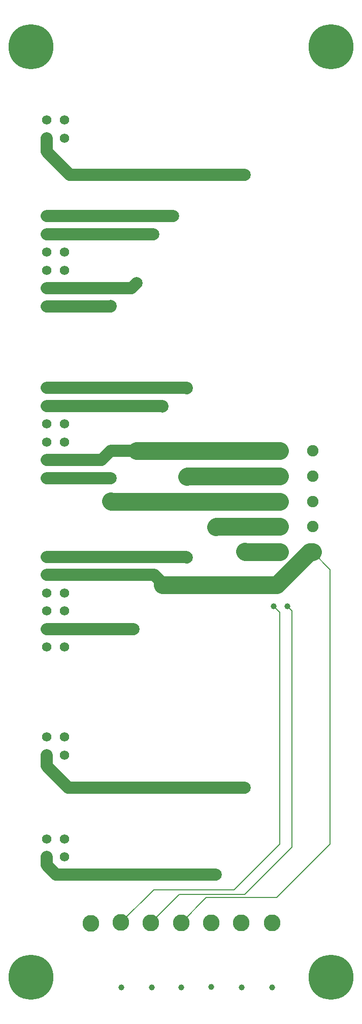
<source format=gbr>
%TF.GenerationSoftware,KiCad,Pcbnew,9.0.6*%
%TF.CreationDate,2026-03-01T09:21:26-05:00*%
%TF.ProjectId,acmi-pwrbrd,61636d69-2d70-4777-9262-72642e6b6963,rev?*%
%TF.SameCoordinates,Original*%
%TF.FileFunction,Copper,L4,Bot*%
%TF.FilePolarity,Positive*%
%FSLAX46Y46*%
G04 Gerber Fmt 4.6, Leading zero omitted, Abs format (unit mm)*
G04 Created by KiCad (PCBNEW 9.0.6) date 2026-03-01 09:21:26*
%MOMM*%
%LPD*%
G01*
G04 APERTURE LIST*
%TA.AperFunction,ComponentPad*%
%ADD10C,2.800000*%
%TD*%
%TA.AperFunction,ComponentPad*%
%ADD11C,1.574800*%
%TD*%
%TA.AperFunction,ComponentPad*%
%ADD12C,7.500000*%
%TD*%
%TA.AperFunction,ComponentPad*%
%ADD13R,1.900000X1.900000*%
%TD*%
%TA.AperFunction,ComponentPad*%
%ADD14C,1.900000*%
%TD*%
%TA.AperFunction,ViaPad*%
%ADD15C,1.000000*%
%TD*%
%TA.AperFunction,ViaPad*%
%ADD16C,2.000000*%
%TD*%
%TA.AperFunction,Conductor*%
%ADD17C,2.000000*%
%TD*%
%TA.AperFunction,Conductor*%
%ADD18C,3.000000*%
%TD*%
%TA.AperFunction,Conductor*%
%ADD19C,0.200000*%
%TD*%
G04 APERTURE END LIST*
D10*
%TO.P,TP3,1,1*%
%TO.N,+5V*%
X185000000Y-185937500D03*
%TD*%
%TO.P,TP1,1,1*%
%TO.N,+15V*%
X175000000Y-185937500D03*
%TD*%
D11*
%TO.P,J7,1*%
%TO.N,+15V*%
X157564301Y-83225000D03*
%TO.P,J7,2*%
%TO.N,+5V*%
X157564301Y-80225001D03*
%TO.P,J7,3*%
%TO.N,GND*%
X157564301Y-77225002D03*
%TO.P,J7,4*%
X157564301Y-74225002D03*
%TO.P,J7,5*%
%TO.N,-5V*%
X157564301Y-71225003D03*
%TO.P,J7,6*%
%TO.N,-15V*%
X157564301Y-68225004D03*
%TO.P,J7,7*%
%TO.N,+15V*%
X160564300Y-83225000D03*
%TO.P,J7,8*%
%TO.N,+5V*%
X160564300Y-80225001D03*
%TO.P,J7,9*%
%TO.N,GND*%
X160564300Y-77225002D03*
%TO.P,J7,10*%
X160564300Y-74225002D03*
%TO.P,J7,11*%
%TO.N,-5V*%
X160564300Y-71225003D03*
%TO.P,J7,12*%
%TO.N,-15V*%
X160564300Y-68225004D03*
%TD*%
D12*
%TO.P,MT2,1,1*%
%TO.N,GND*%
X205000000Y-40000000D03*
%TD*%
D10*
%TO.P,TP7,1,1*%
%TO.N,GND*%
X164986000Y-186030000D03*
%TD*%
%TO.P,TP5,1,1*%
%TO.N,+12VA*%
X190000000Y-185937500D03*
%TD*%
D11*
%TO.P,J4,1*%
%TO.N,+15V*%
X157564301Y-140000000D03*
%TO.P,J4,2*%
%TO.N,+5V*%
X157564301Y-137000001D03*
%TO.P,J4,3*%
%TO.N,GND*%
X157564301Y-134000002D03*
%TO.P,J4,4*%
X157564301Y-131000002D03*
%TO.P,J4,5*%
%TO.N,-5V*%
X157564301Y-128000003D03*
%TO.P,J4,6*%
%TO.N,-15V*%
X157564301Y-125000004D03*
%TO.P,J4,7*%
%TO.N,+15V*%
X160564300Y-140000000D03*
%TO.P,J4,8*%
%TO.N,+5V*%
X160564300Y-137000001D03*
%TO.P,J4,9*%
%TO.N,GND*%
X160564300Y-134000002D03*
%TO.P,J4,10*%
X160564300Y-131000002D03*
%TO.P,J4,11*%
%TO.N,-5V*%
X160564300Y-128000003D03*
%TO.P,J4,12*%
%TO.N,-15V*%
X160564300Y-125000004D03*
%TD*%
D10*
%TO.P,TP4,1,1*%
%TO.N,-5V*%
X180000000Y-185937500D03*
%TD*%
%TO.P,TP2,1,1*%
%TO.N,-15V*%
X170000000Y-185887500D03*
%TD*%
%TO.P,TP6,1,1*%
%TO.N,+12VB*%
X195212000Y-185937500D03*
%TD*%
D12*
%TO.P,MT3,1,1*%
%TO.N,GND*%
X155000000Y-195000000D03*
%TD*%
D13*
%TO.P,J6,1*%
%TO.N,+12VA*%
X196460000Y-124150000D03*
D14*
%TO.P,J6,2*%
%TO.N,+12VB*%
X196460000Y-119950000D03*
%TO.P,J6,3*%
%TO.N,+15V*%
X196460000Y-115750000D03*
%TO.P,J6,4*%
%TO.N,-15V*%
X196460000Y-111550000D03*
%TO.P,J6,5*%
%TO.N,+5V*%
X196460000Y-107350000D03*
%TO.P,J6,6*%
%TO.N,-5V*%
X201960000Y-124150000D03*
%TO.P,J6,7*%
%TO.N,GND*%
X201960000Y-119950000D03*
%TO.P,J6,8*%
X201960000Y-115750000D03*
%TO.P,J6,9*%
X201960000Y-111550000D03*
%TO.P,J6,10*%
X201960000Y-107350000D03*
%TD*%
D11*
%TO.P,J2,1*%
%TO.N,+12VB*%
X157564301Y-175000000D03*
%TO.P,J2,2*%
%TO.N,unconnected-(J2-Pad2)*%
X157564301Y-172000001D03*
%TO.P,J2,3*%
%TO.N,GND*%
X160564300Y-175000000D03*
%TO.P,J2,4*%
X160564300Y-172000001D03*
%TD*%
%TO.P,J1,1*%
%TO.N,+12VA*%
X157564301Y-157999999D03*
%TO.P,J1,2*%
%TO.N,unconnected-(J1-Pad2)*%
X157564301Y-155000000D03*
%TO.P,J1,3*%
%TO.N,GND*%
X160564300Y-157999999D03*
%TO.P,J1,4*%
X160564300Y-155000000D03*
%TD*%
D12*
%TO.P,MT1,1,1*%
%TO.N,GND*%
X155000000Y-40000000D03*
%TD*%
D11*
%TO.P,J5,1*%
%TO.N,+12VA*%
X157564301Y-55225001D03*
%TO.P,J5,2*%
%TO.N,unconnected-(J5-Pad2)*%
X157564301Y-52225002D03*
%TO.P,J5,3*%
%TO.N,GND*%
X160564300Y-55225001D03*
%TO.P,J5,4*%
X160564300Y-52225002D03*
%TD*%
%TO.P,J3,1*%
%TO.N,+15V*%
X157564301Y-111839598D03*
%TO.P,J3,2*%
%TO.N,+5V*%
X157564301Y-108839599D03*
%TO.P,J3,3*%
%TO.N,GND*%
X157564301Y-105839600D03*
%TO.P,J3,4*%
X157564301Y-102839600D03*
%TO.P,J3,5*%
%TO.N,-5V*%
X157564301Y-99839601D03*
%TO.P,J3,6*%
%TO.N,-15V*%
X157564301Y-96839602D03*
%TO.P,J3,7*%
%TO.N,+15V*%
X160564300Y-111839598D03*
%TO.P,J3,8*%
%TO.N,+5V*%
X160564300Y-108839599D03*
%TO.P,J3,9*%
%TO.N,GND*%
X160564300Y-105839600D03*
%TO.P,J3,10*%
X160564300Y-102839600D03*
%TO.P,J3,11*%
%TO.N,-5V*%
X160564300Y-99839601D03*
%TO.P,J3,12*%
%TO.N,-15V*%
X160564300Y-96839602D03*
%TD*%
D12*
%TO.P,MT4,1,1*%
%TO.N,GND*%
X205000000Y-195000000D03*
%TD*%
D15*
%TO.N,GND*%
X190132000Y-196725500D03*
X179997000Y-196698000D03*
X170066000Y-196698000D03*
X195212000Y-196698000D03*
X185052000Y-196650500D03*
X175146000Y-196735500D03*
D16*
%TO.N,+5V*%
X172098000Y-137008000D03*
X172606000Y-79350000D03*
X172606000Y-107290000D03*
%TO.N,-5V*%
X176924000Y-129642000D03*
X175400000Y-71222000D03*
X176924000Y-99924000D03*
%TO.N,+15V*%
X168288000Y-83160000D03*
X168288000Y-115672000D03*
X168288000Y-111862000D03*
D15*
X197752000Y-133198000D03*
D16*
%TO.N,-15V*%
X180988000Y-111608000D03*
X180988000Y-125070000D03*
X178702000Y-68174000D03*
X180988000Y-96876000D03*
D15*
X195466000Y-133198000D03*
D16*
%TO.N,+12VA*%
X190640000Y-163424000D03*
X190640000Y-124054000D03*
X190640000Y-61316000D03*
%TO.N,+12VB*%
X185814000Y-177902000D03*
X185814000Y-119990000D03*
%TD*%
D17*
%TO.N,+5V*%
X172606000Y-107290000D02*
X168288000Y-107290000D01*
D18*
X196460000Y-107350000D02*
X172666000Y-107350000D01*
D17*
X157564301Y-137000001D02*
X172090001Y-137000001D01*
X171730999Y-80225001D02*
X172606000Y-79350000D01*
X164706401Y-108839599D02*
X157564301Y-108839599D01*
X164732000Y-108814000D02*
X164706401Y-108839599D01*
X166764000Y-108814000D02*
X164732000Y-108814000D01*
X168288000Y-107290000D02*
X166764000Y-108814000D01*
D18*
X172666000Y-107350000D02*
X172606000Y-107290000D01*
D17*
X157564301Y-80225001D02*
X171730999Y-80225001D01*
%TO.N,-5V*%
X176924000Y-99839601D02*
X157564301Y-99839601D01*
X176924000Y-129642000D02*
X176924000Y-129406006D01*
D19*
X195974000Y-181712000D02*
X204864000Y-172822000D01*
X180000000Y-185937500D02*
X184225500Y-181712000D01*
D17*
X157564301Y-71225003D02*
X175396997Y-71225003D01*
X176924000Y-129406006D02*
X175517997Y-128000003D01*
D19*
X204864000Y-127102000D02*
X201960000Y-124198000D01*
X204864000Y-172822000D02*
X204864000Y-127102000D01*
X184225500Y-181712000D02*
X195974000Y-181712000D01*
D18*
X201466000Y-124150000D02*
X195974000Y-129642000D01*
X201960000Y-124150000D02*
X201466000Y-124150000D01*
D17*
X175396997Y-71225003D02*
X175400000Y-71222000D01*
X175517997Y-128000003D02*
X157564301Y-128000003D01*
D18*
X195974000Y-129642000D02*
X176924000Y-129642000D01*
D19*
%TO.N,+15V*%
X198514000Y-173330000D02*
X198514000Y-133960000D01*
D17*
X157564301Y-111839598D02*
X168265598Y-111839598D01*
X168265598Y-111839598D02*
X168288000Y-111862000D01*
D18*
X196460000Y-115750000D02*
X168366000Y-115750000D01*
D19*
X198514000Y-133960000D02*
X197752000Y-133198000D01*
X179733500Y-181204000D02*
X190640000Y-181204000D01*
D17*
X168288000Y-83225000D02*
X168288000Y-83160000D01*
D18*
X168366000Y-115750000D02*
X168288000Y-115672000D01*
D19*
X175000000Y-185937500D02*
X179733500Y-181204000D01*
D17*
X157564301Y-83225000D02*
X168288000Y-83225000D01*
D19*
X190640000Y-181204000D02*
X198514000Y-173330000D01*
D17*
%TO.N,-15V*%
X164986000Y-68225004D02*
X157564301Y-68225004D01*
D19*
X175445500Y-180442000D02*
X170000000Y-185887500D01*
D17*
X180951602Y-96839602D02*
X180988000Y-96876000D01*
D19*
X195466000Y-133198000D02*
X196482000Y-134214000D01*
D17*
X178702000Y-68174000D02*
X165037004Y-68174000D01*
D19*
X196482000Y-172822000D02*
X188862000Y-180442000D01*
D17*
X157564301Y-96839602D02*
X180951602Y-96839602D01*
D18*
X181046000Y-111550000D02*
X180988000Y-111608000D01*
D19*
X196482000Y-134214000D02*
X196482000Y-172822000D01*
D17*
X180918004Y-125000004D02*
X180988000Y-125070000D01*
D19*
X188862000Y-180442000D02*
X175445500Y-180442000D01*
D18*
X196460000Y-111550000D02*
X181046000Y-111550000D01*
D17*
X165037004Y-68174000D02*
X164986000Y-68225004D01*
X157564301Y-125000004D02*
X180918004Y-125000004D01*
D18*
%TO.N,+12VA*%
X190736000Y-124150000D02*
X190640000Y-124054000D01*
D17*
X157564301Y-157999999D02*
X157564301Y-159812301D01*
X161430000Y-61316000D02*
X190640000Y-61316000D01*
X161176000Y-163424000D02*
X190640000Y-163424000D01*
X157564301Y-57450301D02*
X161430000Y-61316000D01*
D18*
X196460000Y-124150000D02*
X190736000Y-124150000D01*
D17*
X157564301Y-159812301D02*
X161176000Y-163424000D01*
X157564301Y-55225001D02*
X157564301Y-57450301D01*
%TO.N,+12VB*%
X157564301Y-176322301D02*
X159144000Y-177902000D01*
D18*
X185854000Y-119950000D02*
X185814000Y-119990000D01*
D17*
X159144000Y-177902000D02*
X185814000Y-177902000D01*
X157564301Y-175000000D02*
X157564301Y-176322301D01*
D18*
X196460000Y-119950000D02*
X185854000Y-119950000D01*
%TD*%
M02*

</source>
